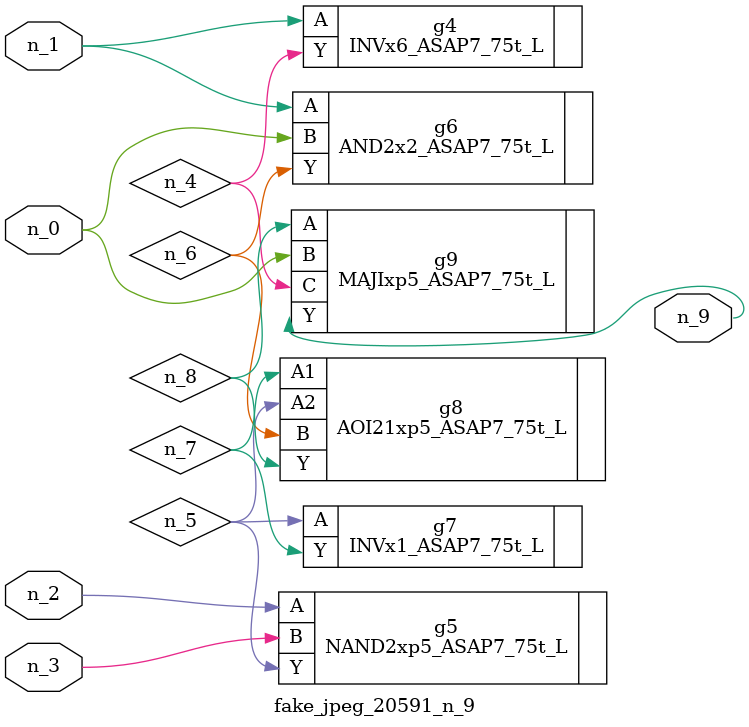
<source format=v>
module fake_jpeg_20591_n_9 (n_0, n_3, n_2, n_1, n_9);

input n_0;
input n_3;
input n_2;
input n_1;

output n_9;

wire n_4;
wire n_8;
wire n_6;
wire n_5;
wire n_7;

INVx6_ASAP7_75t_L g4 ( 
.A(n_1),
.Y(n_4)
);

NAND2xp5_ASAP7_75t_L g5 ( 
.A(n_2),
.B(n_3),
.Y(n_5)
);

AND2x2_ASAP7_75t_L g6 ( 
.A(n_1),
.B(n_0),
.Y(n_6)
);

INVx1_ASAP7_75t_L g7 ( 
.A(n_5),
.Y(n_7)
);

AOI21xp5_ASAP7_75t_L g8 ( 
.A1(n_7),
.A2(n_5),
.B(n_6),
.Y(n_8)
);

MAJIxp5_ASAP7_75t_L g9 ( 
.A(n_8),
.B(n_0),
.C(n_4),
.Y(n_9)
);


endmodule
</source>
